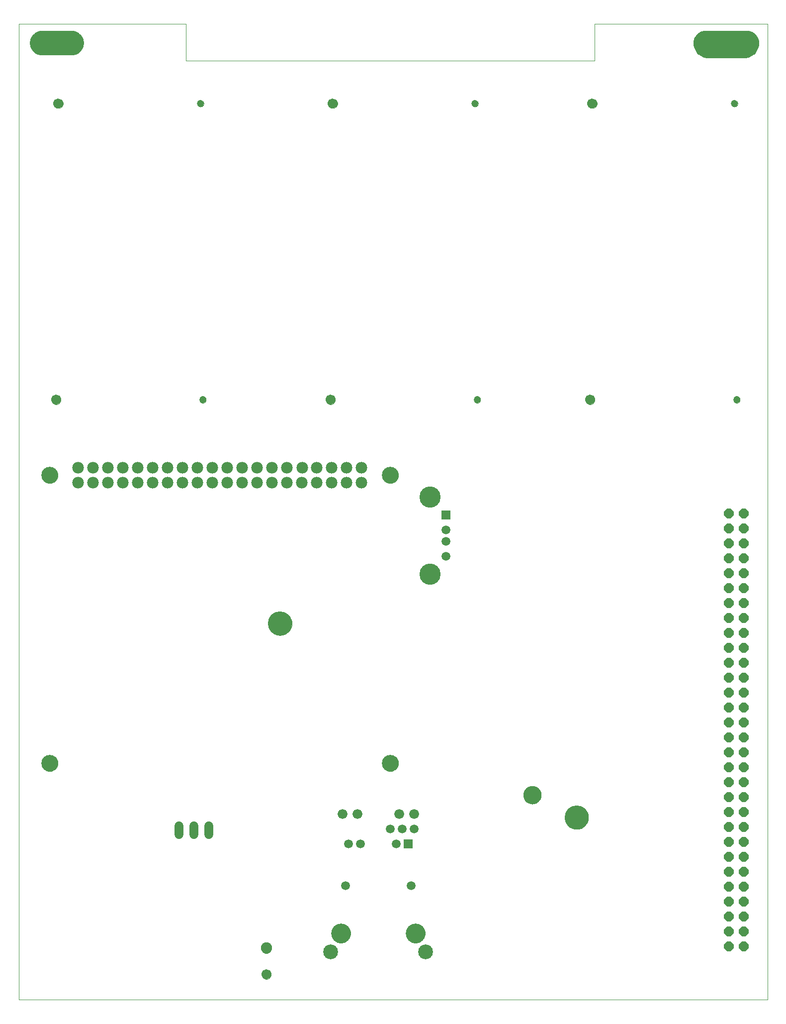
<source format=gbs>
G04 EAGLE Gerber RS-274X export*
G75*
%MOIN*%
%FSLAX34Y34*%
%LPD*%
%INBottom solder mask*%
%IPPOS*%
%AMOC8*
5,1,8,0,0,1.08239X$1,22.5*%
G01*
%ADD10C,0.000000*%
%ADD11C,0.161480*%
%ADD12C,0.066992*%
%ADD13C,0.047307*%
%ADD14C,0.060000*%
%ADD15C,0.131953*%
%ADD16C,0.099276*%
%ADD17C,0.059039*%
%ADD18R,0.059039X0.059039*%
%ADD19C,0.065811*%
%ADD20C,0.078000*%
%ADD21C,0.112268*%
%ADD22P,0.069273X8X292.500000*%
%ADD23C,0.122110*%
%ADD24C,0.074866*%
%ADD25R,0.059433X0.059433*%
%ADD26C,0.059433*%
%ADD27C,0.141795*%

G36*
X48626Y68569D02*
X48626Y68569D01*
X48627Y68569D01*
X48767Y68579D01*
X48770Y68580D01*
X48773Y68580D01*
X48910Y68610D01*
X48913Y68611D01*
X48915Y68611D01*
X49047Y68660D01*
X49049Y68662D01*
X49052Y68663D01*
X49175Y68730D01*
X49177Y68732D01*
X49180Y68733D01*
X49292Y68817D01*
X49294Y68819D01*
X49296Y68821D01*
X49396Y68920D01*
X49397Y68922D01*
X49399Y68924D01*
X49483Y69037D01*
X49485Y69039D01*
X49486Y69041D01*
X49554Y69165D01*
X49555Y69167D01*
X49556Y69170D01*
X49605Y69301D01*
X49606Y69304D01*
X49607Y69306D01*
X49637Y69444D01*
X49637Y69446D01*
X49637Y69449D01*
X49647Y69589D01*
X49647Y69592D01*
X49647Y69595D01*
X49638Y69718D01*
X49637Y69721D01*
X49637Y69724D01*
X49608Y69844D01*
X49607Y69847D01*
X49606Y69850D01*
X49559Y69964D01*
X49557Y69967D01*
X49556Y69970D01*
X49491Y70075D01*
X49489Y70077D01*
X49488Y70080D01*
X49408Y70174D01*
X49405Y70176D01*
X49403Y70178D01*
X49309Y70258D01*
X49307Y70260D01*
X49304Y70262D01*
X49199Y70326D01*
X49196Y70328D01*
X49194Y70329D01*
X49080Y70377D01*
X49077Y70377D01*
X49074Y70378D01*
X48954Y70407D01*
X48951Y70408D01*
X48948Y70408D01*
X48824Y70418D01*
X48823Y70418D01*
X48821Y70418D01*
X46066Y70418D01*
X46064Y70418D01*
X46062Y70418D01*
X45939Y70408D01*
X45936Y70408D01*
X45933Y70407D01*
X45813Y70378D01*
X45810Y70377D01*
X45807Y70377D01*
X45693Y70329D01*
X45691Y70328D01*
X45688Y70326D01*
X45583Y70262D01*
X45580Y70260D01*
X45578Y70258D01*
X45484Y70178D01*
X45482Y70176D01*
X45479Y70174D01*
X45399Y70080D01*
X45398Y70077D01*
X45396Y70075D01*
X45331Y69970D01*
X45330Y69967D01*
X45328Y69964D01*
X45281Y69850D01*
X45280Y69847D01*
X45279Y69844D01*
X45250Y69724D01*
X45250Y69721D01*
X45249Y69718D01*
X45240Y69595D01*
X45240Y69592D01*
X45240Y69589D01*
X45250Y69449D01*
X45250Y69446D01*
X45250Y69444D01*
X45280Y69306D01*
X45281Y69304D01*
X45282Y69301D01*
X45331Y69170D01*
X45332Y69167D01*
X45333Y69165D01*
X45400Y69041D01*
X45402Y69039D01*
X45403Y69037D01*
X45488Y68924D01*
X45490Y68922D01*
X45491Y68920D01*
X45591Y68821D01*
X45593Y68819D01*
X45595Y68817D01*
X45707Y68733D01*
X45709Y68732D01*
X45712Y68730D01*
X45835Y68663D01*
X45838Y68662D01*
X45840Y68660D01*
X45972Y68611D01*
X45974Y68611D01*
X45977Y68610D01*
X46114Y68580D01*
X46117Y68580D01*
X46120Y68579D01*
X46260Y68569D01*
X46261Y68569D01*
X46262Y68569D01*
X48625Y68569D01*
X48626Y68569D01*
G37*
G36*
X3547Y68766D02*
X3547Y68766D01*
X3549Y68766D01*
X3672Y68776D01*
X3675Y68776D01*
X3678Y68777D01*
X3798Y68806D01*
X3799Y68806D01*
X3800Y68806D01*
X3802Y68807D01*
X3804Y68807D01*
X3918Y68855D01*
X3921Y68856D01*
X3923Y68857D01*
X4029Y68922D01*
X4031Y68924D01*
X4034Y68926D01*
X4128Y69006D01*
X4130Y69008D01*
X4132Y69010D01*
X4212Y69104D01*
X4214Y69107D01*
X4216Y69109D01*
X4280Y69214D01*
X4282Y69217D01*
X4283Y69220D01*
X4330Y69334D01*
X4331Y69337D01*
X4332Y69340D01*
X4361Y69460D01*
X4361Y69463D01*
X4362Y69466D01*
X4372Y69589D01*
X4372Y69592D01*
X4372Y69595D01*
X4362Y69718D01*
X4361Y69721D01*
X4361Y69724D01*
X4332Y69844D01*
X4331Y69847D01*
X4330Y69850D01*
X4283Y69964D01*
X4282Y69967D01*
X4280Y69970D01*
X4216Y70075D01*
X4214Y70077D01*
X4212Y70080D01*
X4132Y70174D01*
X4130Y70176D01*
X4128Y70178D01*
X4034Y70258D01*
X4031Y70260D01*
X4029Y70262D01*
X3923Y70326D01*
X3921Y70328D01*
X3918Y70329D01*
X3804Y70377D01*
X3801Y70377D01*
X3798Y70378D01*
X3678Y70407D01*
X3675Y70408D01*
X3672Y70408D01*
X3549Y70418D01*
X3547Y70418D01*
X3546Y70418D01*
X1577Y70418D01*
X1576Y70418D01*
X1574Y70418D01*
X1451Y70408D01*
X1448Y70408D01*
X1445Y70407D01*
X1325Y70378D01*
X1322Y70377D01*
X1319Y70377D01*
X1205Y70329D01*
X1202Y70328D01*
X1200Y70326D01*
X1094Y70262D01*
X1092Y70260D01*
X1089Y70258D01*
X995Y70178D01*
X993Y70176D01*
X991Y70174D01*
X911Y70080D01*
X909Y70077D01*
X907Y70075D01*
X843Y69970D01*
X842Y69967D01*
X840Y69964D01*
X793Y69850D01*
X792Y69847D01*
X791Y69844D01*
X762Y69724D01*
X762Y69721D01*
X761Y69718D01*
X751Y69595D01*
X752Y69592D01*
X751Y69589D01*
X761Y69466D01*
X762Y69463D01*
X762Y69460D01*
X791Y69340D01*
X792Y69337D01*
X793Y69334D01*
X840Y69220D01*
X842Y69217D01*
X843Y69214D01*
X907Y69109D01*
X909Y69107D01*
X911Y69104D01*
X991Y69010D01*
X993Y69008D01*
X995Y69006D01*
X1089Y68926D01*
X1092Y68924D01*
X1094Y68922D01*
X1200Y68857D01*
X1202Y68856D01*
X1205Y68855D01*
X1319Y68807D01*
X1321Y68807D01*
X1323Y68806D01*
X1324Y68806D01*
X1325Y68806D01*
X1445Y68777D01*
X1448Y68776D01*
X1451Y68776D01*
X1574Y68766D01*
X1576Y68766D01*
X1577Y68766D01*
X3546Y68766D01*
X3547Y68766D01*
G37*
D10*
X0Y5512D02*
X50197Y5512D01*
X50197Y70866D01*
X38600Y70866D01*
X11200Y70866D02*
X0Y70866D01*
X0Y5512D01*
X16733Y30709D02*
X16735Y30765D01*
X16741Y30820D01*
X16751Y30874D01*
X16764Y30928D01*
X16782Y30981D01*
X16803Y31032D01*
X16827Y31082D01*
X16855Y31130D01*
X16887Y31176D01*
X16921Y31220D01*
X16959Y31261D01*
X16999Y31299D01*
X17042Y31334D01*
X17087Y31366D01*
X17135Y31395D01*
X17184Y31421D01*
X17235Y31443D01*
X17287Y31461D01*
X17341Y31475D01*
X17396Y31486D01*
X17451Y31493D01*
X17506Y31496D01*
X17562Y31495D01*
X17617Y31490D01*
X17672Y31481D01*
X17726Y31469D01*
X17779Y31452D01*
X17831Y31432D01*
X17881Y31408D01*
X17929Y31381D01*
X17976Y31351D01*
X18020Y31317D01*
X18062Y31280D01*
X18100Y31240D01*
X18137Y31198D01*
X18170Y31153D01*
X18199Y31107D01*
X18226Y31058D01*
X18248Y31007D01*
X18268Y30955D01*
X18283Y30901D01*
X18295Y30847D01*
X18303Y30792D01*
X18307Y30737D01*
X18307Y30681D01*
X18303Y30626D01*
X18295Y30571D01*
X18283Y30517D01*
X18268Y30463D01*
X18248Y30411D01*
X18226Y30360D01*
X18199Y30311D01*
X18170Y30265D01*
X18137Y30220D01*
X18100Y30178D01*
X18062Y30138D01*
X18020Y30101D01*
X17976Y30067D01*
X17929Y30037D01*
X17881Y30010D01*
X17831Y29986D01*
X17779Y29966D01*
X17726Y29949D01*
X17672Y29937D01*
X17617Y29928D01*
X17562Y29923D01*
X17506Y29922D01*
X17451Y29925D01*
X17396Y29932D01*
X17341Y29943D01*
X17287Y29957D01*
X17235Y29975D01*
X17184Y29997D01*
X17135Y30023D01*
X17087Y30052D01*
X17042Y30084D01*
X16999Y30119D01*
X16959Y30157D01*
X16921Y30198D01*
X16887Y30242D01*
X16855Y30288D01*
X16827Y30336D01*
X16803Y30386D01*
X16782Y30437D01*
X16764Y30490D01*
X16751Y30544D01*
X16741Y30598D01*
X16735Y30653D01*
X16733Y30709D01*
D11*
X17520Y30709D03*
D10*
X11200Y68400D02*
X11200Y70866D01*
X11200Y68400D02*
X38600Y68400D01*
X38600Y70866D01*
X36615Y17717D02*
X36617Y17773D01*
X36623Y17828D01*
X36633Y17882D01*
X36646Y17936D01*
X36664Y17989D01*
X36685Y18040D01*
X36709Y18090D01*
X36737Y18138D01*
X36769Y18184D01*
X36803Y18228D01*
X36841Y18269D01*
X36881Y18307D01*
X36924Y18342D01*
X36969Y18374D01*
X37017Y18403D01*
X37066Y18429D01*
X37117Y18451D01*
X37169Y18469D01*
X37223Y18483D01*
X37278Y18494D01*
X37333Y18501D01*
X37388Y18504D01*
X37444Y18503D01*
X37499Y18498D01*
X37554Y18489D01*
X37608Y18477D01*
X37661Y18460D01*
X37713Y18440D01*
X37763Y18416D01*
X37811Y18389D01*
X37858Y18359D01*
X37902Y18325D01*
X37944Y18288D01*
X37982Y18248D01*
X38019Y18206D01*
X38052Y18161D01*
X38081Y18115D01*
X38108Y18066D01*
X38130Y18015D01*
X38150Y17963D01*
X38165Y17909D01*
X38177Y17855D01*
X38185Y17800D01*
X38189Y17745D01*
X38189Y17689D01*
X38185Y17634D01*
X38177Y17579D01*
X38165Y17525D01*
X38150Y17471D01*
X38130Y17419D01*
X38108Y17368D01*
X38081Y17319D01*
X38052Y17273D01*
X38019Y17228D01*
X37982Y17186D01*
X37944Y17146D01*
X37902Y17109D01*
X37858Y17075D01*
X37811Y17045D01*
X37763Y17018D01*
X37713Y16994D01*
X37661Y16974D01*
X37608Y16957D01*
X37554Y16945D01*
X37499Y16936D01*
X37444Y16931D01*
X37388Y16930D01*
X37333Y16933D01*
X37278Y16940D01*
X37223Y16951D01*
X37169Y16965D01*
X37117Y16983D01*
X37066Y17005D01*
X37017Y17031D01*
X36969Y17060D01*
X36924Y17092D01*
X36881Y17127D01*
X36841Y17165D01*
X36803Y17206D01*
X36769Y17250D01*
X36737Y17296D01*
X36709Y17344D01*
X36685Y17394D01*
X36664Y17445D01*
X36646Y17498D01*
X36633Y17552D01*
X36623Y17606D01*
X36617Y17661D01*
X36615Y17717D01*
D11*
X37402Y17717D03*
D10*
X20585Y45700D02*
X20587Y45735D01*
X20593Y45770D01*
X20603Y45804D01*
X20616Y45837D01*
X20633Y45868D01*
X20654Y45896D01*
X20677Y45923D01*
X20704Y45946D01*
X20732Y45967D01*
X20763Y45984D01*
X20796Y45997D01*
X20830Y46007D01*
X20865Y46013D01*
X20900Y46015D01*
X20935Y46013D01*
X20970Y46007D01*
X21004Y45997D01*
X21037Y45984D01*
X21068Y45967D01*
X21096Y45946D01*
X21123Y45923D01*
X21146Y45896D01*
X21167Y45868D01*
X21184Y45837D01*
X21197Y45804D01*
X21207Y45770D01*
X21213Y45735D01*
X21215Y45700D01*
X21213Y45665D01*
X21207Y45630D01*
X21197Y45596D01*
X21184Y45563D01*
X21167Y45532D01*
X21146Y45504D01*
X21123Y45477D01*
X21096Y45454D01*
X21068Y45433D01*
X21037Y45416D01*
X21004Y45403D01*
X20970Y45393D01*
X20935Y45387D01*
X20900Y45385D01*
X20865Y45387D01*
X20830Y45393D01*
X20796Y45403D01*
X20763Y45416D01*
X20732Y45433D01*
X20704Y45454D01*
X20677Y45477D01*
X20654Y45504D01*
X20633Y45532D01*
X20616Y45563D01*
X20603Y45596D01*
X20593Y45630D01*
X20587Y45665D01*
X20585Y45700D01*
D12*
X20900Y45700D03*
D10*
X30526Y45700D02*
X30528Y45729D01*
X30534Y45757D01*
X30543Y45785D01*
X30556Y45811D01*
X30573Y45834D01*
X30592Y45856D01*
X30614Y45875D01*
X30639Y45890D01*
X30665Y45903D01*
X30693Y45911D01*
X30721Y45916D01*
X30750Y45917D01*
X30779Y45914D01*
X30807Y45907D01*
X30834Y45897D01*
X30860Y45883D01*
X30883Y45866D01*
X30904Y45846D01*
X30922Y45823D01*
X30937Y45798D01*
X30948Y45771D01*
X30956Y45743D01*
X30960Y45714D01*
X30960Y45686D01*
X30956Y45657D01*
X30948Y45629D01*
X30937Y45602D01*
X30922Y45577D01*
X30904Y45554D01*
X30883Y45534D01*
X30860Y45517D01*
X30834Y45503D01*
X30807Y45493D01*
X30779Y45486D01*
X30750Y45483D01*
X30721Y45484D01*
X30693Y45489D01*
X30665Y45497D01*
X30639Y45510D01*
X30614Y45525D01*
X30592Y45544D01*
X30573Y45566D01*
X30556Y45589D01*
X30543Y45615D01*
X30534Y45643D01*
X30528Y45671D01*
X30526Y45700D01*
D13*
X30743Y45700D03*
D10*
X20742Y65543D02*
X20744Y65578D01*
X20750Y65613D01*
X20760Y65647D01*
X20773Y65680D01*
X20790Y65711D01*
X20811Y65739D01*
X20834Y65766D01*
X20861Y65789D01*
X20889Y65810D01*
X20920Y65827D01*
X20953Y65840D01*
X20987Y65850D01*
X21022Y65856D01*
X21057Y65858D01*
X21092Y65856D01*
X21127Y65850D01*
X21161Y65840D01*
X21194Y65827D01*
X21225Y65810D01*
X21253Y65789D01*
X21280Y65766D01*
X21303Y65739D01*
X21324Y65711D01*
X21341Y65680D01*
X21354Y65647D01*
X21364Y65613D01*
X21370Y65578D01*
X21372Y65543D01*
X21370Y65508D01*
X21364Y65473D01*
X21354Y65439D01*
X21341Y65406D01*
X21324Y65375D01*
X21303Y65347D01*
X21280Y65320D01*
X21253Y65297D01*
X21225Y65276D01*
X21194Y65259D01*
X21161Y65246D01*
X21127Y65236D01*
X21092Y65230D01*
X21057Y65228D01*
X21022Y65230D01*
X20987Y65236D01*
X20953Y65246D01*
X20920Y65259D01*
X20889Y65276D01*
X20861Y65297D01*
X20834Y65320D01*
X20811Y65347D01*
X20790Y65375D01*
X20773Y65406D01*
X20760Y65439D01*
X20750Y65473D01*
X20744Y65508D01*
X20742Y65543D01*
D12*
X21057Y65543D03*
D10*
X30368Y65543D02*
X30370Y65572D01*
X30376Y65600D01*
X30385Y65628D01*
X30398Y65654D01*
X30415Y65677D01*
X30434Y65699D01*
X30456Y65718D01*
X30481Y65733D01*
X30507Y65746D01*
X30535Y65754D01*
X30563Y65759D01*
X30592Y65760D01*
X30621Y65757D01*
X30649Y65750D01*
X30676Y65740D01*
X30702Y65726D01*
X30725Y65709D01*
X30746Y65689D01*
X30764Y65666D01*
X30779Y65641D01*
X30790Y65614D01*
X30798Y65586D01*
X30802Y65557D01*
X30802Y65529D01*
X30798Y65500D01*
X30790Y65472D01*
X30779Y65445D01*
X30764Y65420D01*
X30746Y65397D01*
X30725Y65377D01*
X30702Y65360D01*
X30676Y65346D01*
X30649Y65336D01*
X30621Y65329D01*
X30592Y65326D01*
X30563Y65327D01*
X30535Y65332D01*
X30507Y65340D01*
X30481Y65353D01*
X30456Y65368D01*
X30434Y65387D01*
X30415Y65409D01*
X30398Y65432D01*
X30385Y65458D01*
X30376Y65486D01*
X30370Y65514D01*
X30368Y65543D01*
D13*
X30585Y65543D03*
D10*
X2185Y45700D02*
X2187Y45735D01*
X2193Y45770D01*
X2203Y45804D01*
X2216Y45837D01*
X2233Y45868D01*
X2254Y45896D01*
X2277Y45923D01*
X2304Y45946D01*
X2332Y45967D01*
X2363Y45984D01*
X2396Y45997D01*
X2430Y46007D01*
X2465Y46013D01*
X2500Y46015D01*
X2535Y46013D01*
X2570Y46007D01*
X2604Y45997D01*
X2637Y45984D01*
X2668Y45967D01*
X2696Y45946D01*
X2723Y45923D01*
X2746Y45896D01*
X2767Y45868D01*
X2784Y45837D01*
X2797Y45804D01*
X2807Y45770D01*
X2813Y45735D01*
X2815Y45700D01*
X2813Y45665D01*
X2807Y45630D01*
X2797Y45596D01*
X2784Y45563D01*
X2767Y45532D01*
X2746Y45504D01*
X2723Y45477D01*
X2696Y45454D01*
X2668Y45433D01*
X2637Y45416D01*
X2604Y45403D01*
X2570Y45393D01*
X2535Y45387D01*
X2500Y45385D01*
X2465Y45387D01*
X2430Y45393D01*
X2396Y45403D01*
X2363Y45416D01*
X2332Y45433D01*
X2304Y45454D01*
X2277Y45477D01*
X2254Y45504D01*
X2233Y45532D01*
X2216Y45563D01*
X2203Y45596D01*
X2193Y45630D01*
X2187Y45665D01*
X2185Y45700D01*
D12*
X2500Y45700D03*
D10*
X12126Y45700D02*
X12128Y45729D01*
X12134Y45757D01*
X12143Y45785D01*
X12156Y45811D01*
X12173Y45834D01*
X12192Y45856D01*
X12214Y45875D01*
X12239Y45890D01*
X12265Y45903D01*
X12293Y45911D01*
X12321Y45916D01*
X12350Y45917D01*
X12379Y45914D01*
X12407Y45907D01*
X12434Y45897D01*
X12460Y45883D01*
X12483Y45866D01*
X12504Y45846D01*
X12522Y45823D01*
X12537Y45798D01*
X12548Y45771D01*
X12556Y45743D01*
X12560Y45714D01*
X12560Y45686D01*
X12556Y45657D01*
X12548Y45629D01*
X12537Y45602D01*
X12522Y45577D01*
X12504Y45554D01*
X12483Y45534D01*
X12460Y45517D01*
X12434Y45503D01*
X12407Y45493D01*
X12379Y45486D01*
X12350Y45483D01*
X12321Y45484D01*
X12293Y45489D01*
X12265Y45497D01*
X12239Y45510D01*
X12214Y45525D01*
X12192Y45544D01*
X12173Y45566D01*
X12156Y45589D01*
X12143Y45615D01*
X12134Y45643D01*
X12128Y45671D01*
X12126Y45700D01*
D13*
X12343Y45700D03*
D10*
X2342Y65543D02*
X2344Y65578D01*
X2350Y65613D01*
X2360Y65647D01*
X2373Y65680D01*
X2390Y65711D01*
X2411Y65739D01*
X2434Y65766D01*
X2461Y65789D01*
X2489Y65810D01*
X2520Y65827D01*
X2553Y65840D01*
X2587Y65850D01*
X2622Y65856D01*
X2657Y65858D01*
X2692Y65856D01*
X2727Y65850D01*
X2761Y65840D01*
X2794Y65827D01*
X2825Y65810D01*
X2853Y65789D01*
X2880Y65766D01*
X2903Y65739D01*
X2924Y65711D01*
X2941Y65680D01*
X2954Y65647D01*
X2964Y65613D01*
X2970Y65578D01*
X2972Y65543D01*
X2970Y65508D01*
X2964Y65473D01*
X2954Y65439D01*
X2941Y65406D01*
X2924Y65375D01*
X2903Y65347D01*
X2880Y65320D01*
X2853Y65297D01*
X2825Y65276D01*
X2794Y65259D01*
X2761Y65246D01*
X2727Y65236D01*
X2692Y65230D01*
X2657Y65228D01*
X2622Y65230D01*
X2587Y65236D01*
X2553Y65246D01*
X2520Y65259D01*
X2489Y65276D01*
X2461Y65297D01*
X2434Y65320D01*
X2411Y65347D01*
X2390Y65375D01*
X2373Y65406D01*
X2360Y65439D01*
X2350Y65473D01*
X2344Y65508D01*
X2342Y65543D01*
D12*
X2657Y65543D03*
D10*
X11968Y65543D02*
X11970Y65572D01*
X11976Y65600D01*
X11985Y65628D01*
X11998Y65654D01*
X12015Y65677D01*
X12034Y65699D01*
X12056Y65718D01*
X12081Y65733D01*
X12107Y65746D01*
X12135Y65754D01*
X12163Y65759D01*
X12192Y65760D01*
X12221Y65757D01*
X12249Y65750D01*
X12276Y65740D01*
X12302Y65726D01*
X12325Y65709D01*
X12346Y65689D01*
X12364Y65666D01*
X12379Y65641D01*
X12390Y65614D01*
X12398Y65586D01*
X12402Y65557D01*
X12402Y65529D01*
X12398Y65500D01*
X12390Y65472D01*
X12379Y65445D01*
X12364Y65420D01*
X12346Y65397D01*
X12325Y65377D01*
X12302Y65360D01*
X12276Y65346D01*
X12249Y65336D01*
X12221Y65329D01*
X12192Y65326D01*
X12163Y65327D01*
X12135Y65332D01*
X12107Y65340D01*
X12081Y65353D01*
X12056Y65368D01*
X12034Y65387D01*
X12015Y65409D01*
X11998Y65432D01*
X11985Y65458D01*
X11976Y65486D01*
X11970Y65514D01*
X11968Y65543D01*
D13*
X12185Y65543D03*
D10*
X37985Y45700D02*
X37987Y45735D01*
X37993Y45770D01*
X38003Y45804D01*
X38016Y45837D01*
X38033Y45868D01*
X38054Y45896D01*
X38077Y45923D01*
X38104Y45946D01*
X38132Y45967D01*
X38163Y45984D01*
X38196Y45997D01*
X38230Y46007D01*
X38265Y46013D01*
X38300Y46015D01*
X38335Y46013D01*
X38370Y46007D01*
X38404Y45997D01*
X38437Y45984D01*
X38468Y45967D01*
X38496Y45946D01*
X38523Y45923D01*
X38546Y45896D01*
X38567Y45868D01*
X38584Y45837D01*
X38597Y45804D01*
X38607Y45770D01*
X38613Y45735D01*
X38615Y45700D01*
X38613Y45665D01*
X38607Y45630D01*
X38597Y45596D01*
X38584Y45563D01*
X38567Y45532D01*
X38546Y45504D01*
X38523Y45477D01*
X38496Y45454D01*
X38468Y45433D01*
X38437Y45416D01*
X38404Y45403D01*
X38370Y45393D01*
X38335Y45387D01*
X38300Y45385D01*
X38265Y45387D01*
X38230Y45393D01*
X38196Y45403D01*
X38163Y45416D01*
X38132Y45433D01*
X38104Y45454D01*
X38077Y45477D01*
X38054Y45504D01*
X38033Y45532D01*
X38016Y45563D01*
X38003Y45596D01*
X37993Y45630D01*
X37987Y45665D01*
X37985Y45700D01*
D12*
X38300Y45700D03*
D10*
X47926Y45700D02*
X47928Y45729D01*
X47934Y45757D01*
X47943Y45785D01*
X47956Y45811D01*
X47973Y45834D01*
X47992Y45856D01*
X48014Y45875D01*
X48039Y45890D01*
X48065Y45903D01*
X48093Y45911D01*
X48121Y45916D01*
X48150Y45917D01*
X48179Y45914D01*
X48207Y45907D01*
X48234Y45897D01*
X48260Y45883D01*
X48283Y45866D01*
X48304Y45846D01*
X48322Y45823D01*
X48337Y45798D01*
X48348Y45771D01*
X48356Y45743D01*
X48360Y45714D01*
X48360Y45686D01*
X48356Y45657D01*
X48348Y45629D01*
X48337Y45602D01*
X48322Y45577D01*
X48304Y45554D01*
X48283Y45534D01*
X48260Y45517D01*
X48234Y45503D01*
X48207Y45493D01*
X48179Y45486D01*
X48150Y45483D01*
X48121Y45484D01*
X48093Y45489D01*
X48065Y45497D01*
X48039Y45510D01*
X48014Y45525D01*
X47992Y45544D01*
X47973Y45566D01*
X47956Y45589D01*
X47943Y45615D01*
X47934Y45643D01*
X47928Y45671D01*
X47926Y45700D01*
D13*
X48143Y45700D03*
D10*
X38142Y65543D02*
X38144Y65578D01*
X38150Y65613D01*
X38160Y65647D01*
X38173Y65680D01*
X38190Y65711D01*
X38211Y65739D01*
X38234Y65766D01*
X38261Y65789D01*
X38289Y65810D01*
X38320Y65827D01*
X38353Y65840D01*
X38387Y65850D01*
X38422Y65856D01*
X38457Y65858D01*
X38492Y65856D01*
X38527Y65850D01*
X38561Y65840D01*
X38594Y65827D01*
X38625Y65810D01*
X38653Y65789D01*
X38680Y65766D01*
X38703Y65739D01*
X38724Y65711D01*
X38741Y65680D01*
X38754Y65647D01*
X38764Y65613D01*
X38770Y65578D01*
X38772Y65543D01*
X38770Y65508D01*
X38764Y65473D01*
X38754Y65439D01*
X38741Y65406D01*
X38724Y65375D01*
X38703Y65347D01*
X38680Y65320D01*
X38653Y65297D01*
X38625Y65276D01*
X38594Y65259D01*
X38561Y65246D01*
X38527Y65236D01*
X38492Y65230D01*
X38457Y65228D01*
X38422Y65230D01*
X38387Y65236D01*
X38353Y65246D01*
X38320Y65259D01*
X38289Y65276D01*
X38261Y65297D01*
X38234Y65320D01*
X38211Y65347D01*
X38190Y65375D01*
X38173Y65406D01*
X38160Y65439D01*
X38150Y65473D01*
X38144Y65508D01*
X38142Y65543D01*
D12*
X38457Y65543D03*
D10*
X47768Y65543D02*
X47770Y65572D01*
X47776Y65600D01*
X47785Y65628D01*
X47798Y65654D01*
X47815Y65677D01*
X47834Y65699D01*
X47856Y65718D01*
X47881Y65733D01*
X47907Y65746D01*
X47935Y65754D01*
X47963Y65759D01*
X47992Y65760D01*
X48021Y65757D01*
X48049Y65750D01*
X48076Y65740D01*
X48102Y65726D01*
X48125Y65709D01*
X48146Y65689D01*
X48164Y65666D01*
X48179Y65641D01*
X48190Y65614D01*
X48198Y65586D01*
X48202Y65557D01*
X48202Y65529D01*
X48198Y65500D01*
X48190Y65472D01*
X48179Y65445D01*
X48164Y65420D01*
X48146Y65397D01*
X48125Y65377D01*
X48102Y65360D01*
X48076Y65346D01*
X48049Y65336D01*
X48021Y65329D01*
X47992Y65326D01*
X47963Y65327D01*
X47935Y65332D01*
X47907Y65340D01*
X47881Y65353D01*
X47856Y65368D01*
X47834Y65387D01*
X47815Y65409D01*
X47798Y65432D01*
X47785Y65458D01*
X47776Y65486D01*
X47770Y65514D01*
X47768Y65543D01*
D13*
X47985Y65543D03*
D14*
X10733Y17147D02*
X10733Y16587D01*
X11733Y16587D02*
X11733Y17147D01*
X12733Y17147D02*
X12733Y16587D01*
D10*
X20960Y9950D02*
X20962Y10000D01*
X20968Y10050D01*
X20978Y10099D01*
X20991Y10148D01*
X21009Y10195D01*
X21030Y10241D01*
X21054Y10284D01*
X21082Y10326D01*
X21113Y10366D01*
X21147Y10403D01*
X21184Y10437D01*
X21224Y10468D01*
X21266Y10496D01*
X21309Y10520D01*
X21355Y10541D01*
X21402Y10559D01*
X21451Y10572D01*
X21500Y10582D01*
X21550Y10588D01*
X21600Y10590D01*
X21650Y10588D01*
X21700Y10582D01*
X21749Y10572D01*
X21798Y10559D01*
X21845Y10541D01*
X21891Y10520D01*
X21934Y10496D01*
X21976Y10468D01*
X22016Y10437D01*
X22053Y10403D01*
X22087Y10366D01*
X22118Y10326D01*
X22146Y10284D01*
X22170Y10241D01*
X22191Y10195D01*
X22209Y10148D01*
X22222Y10099D01*
X22232Y10050D01*
X22238Y10000D01*
X22240Y9950D01*
X22238Y9900D01*
X22232Y9850D01*
X22222Y9801D01*
X22209Y9752D01*
X22191Y9705D01*
X22170Y9659D01*
X22146Y9616D01*
X22118Y9574D01*
X22087Y9534D01*
X22053Y9497D01*
X22016Y9463D01*
X21976Y9432D01*
X21934Y9404D01*
X21891Y9380D01*
X21845Y9359D01*
X21798Y9341D01*
X21749Y9328D01*
X21700Y9318D01*
X21650Y9312D01*
X21600Y9310D01*
X21550Y9312D01*
X21500Y9318D01*
X21451Y9328D01*
X21402Y9341D01*
X21355Y9359D01*
X21309Y9380D01*
X21266Y9404D01*
X21224Y9432D01*
X21184Y9463D01*
X21147Y9497D01*
X21113Y9534D01*
X21082Y9574D01*
X21054Y9616D01*
X21030Y9659D01*
X21009Y9705D01*
X20991Y9752D01*
X20978Y9801D01*
X20968Y9850D01*
X20962Y9900D01*
X20960Y9950D01*
D15*
X21600Y9950D03*
D10*
X25960Y9950D02*
X25962Y10000D01*
X25968Y10050D01*
X25978Y10099D01*
X25991Y10148D01*
X26009Y10195D01*
X26030Y10241D01*
X26054Y10284D01*
X26082Y10326D01*
X26113Y10366D01*
X26147Y10403D01*
X26184Y10437D01*
X26224Y10468D01*
X26266Y10496D01*
X26309Y10520D01*
X26355Y10541D01*
X26402Y10559D01*
X26451Y10572D01*
X26500Y10582D01*
X26550Y10588D01*
X26600Y10590D01*
X26650Y10588D01*
X26700Y10582D01*
X26749Y10572D01*
X26798Y10559D01*
X26845Y10541D01*
X26891Y10520D01*
X26934Y10496D01*
X26976Y10468D01*
X27016Y10437D01*
X27053Y10403D01*
X27087Y10366D01*
X27118Y10326D01*
X27146Y10284D01*
X27170Y10241D01*
X27191Y10195D01*
X27209Y10148D01*
X27222Y10099D01*
X27232Y10050D01*
X27238Y10000D01*
X27240Y9950D01*
X27238Y9900D01*
X27232Y9850D01*
X27222Y9801D01*
X27209Y9752D01*
X27191Y9705D01*
X27170Y9659D01*
X27146Y9616D01*
X27118Y9574D01*
X27087Y9534D01*
X27053Y9497D01*
X27016Y9463D01*
X26976Y9432D01*
X26934Y9404D01*
X26891Y9380D01*
X26845Y9359D01*
X26798Y9341D01*
X26749Y9328D01*
X26700Y9318D01*
X26650Y9312D01*
X26600Y9310D01*
X26550Y9312D01*
X26500Y9318D01*
X26451Y9328D01*
X26402Y9341D01*
X26355Y9359D01*
X26309Y9380D01*
X26266Y9404D01*
X26224Y9432D01*
X26184Y9463D01*
X26147Y9497D01*
X26113Y9534D01*
X26082Y9574D01*
X26054Y9616D01*
X26030Y9659D01*
X26009Y9705D01*
X25991Y9752D01*
X25978Y9801D01*
X25968Y9850D01*
X25962Y9900D01*
X25960Y9950D01*
D15*
X26600Y9950D03*
D16*
X27275Y8700D03*
X20925Y8700D03*
D17*
X26300Y13150D03*
X21900Y13150D03*
D18*
X26100Y15950D03*
D17*
X25300Y15950D03*
X22900Y15950D03*
X22100Y15950D03*
X26500Y16950D03*
X25700Y16950D03*
X24900Y16950D03*
D19*
X25500Y17950D03*
X22700Y17950D03*
X21700Y17950D03*
X26500Y17950D03*
D20*
X4993Y41147D03*
X5993Y41147D03*
X6993Y41147D03*
X7993Y41147D03*
X8993Y41147D03*
X9993Y41147D03*
X10993Y41147D03*
X11993Y41147D03*
X12993Y41147D03*
X13993Y41147D03*
X14993Y41147D03*
X15993Y41147D03*
X16993Y41147D03*
X17993Y41147D03*
X18997Y41147D03*
X19993Y41147D03*
X20993Y41147D03*
X21993Y41147D03*
X22993Y41147D03*
X4993Y40147D03*
X5993Y40147D03*
X6993Y40147D03*
X7993Y40147D03*
X8993Y40147D03*
X9993Y40147D03*
X10993Y40147D03*
X11993Y40147D03*
X12993Y40147D03*
X13993Y40147D03*
X14993Y40147D03*
X15993Y40147D03*
X16993Y40147D03*
X17993Y40147D03*
X18993Y40147D03*
X19993Y40147D03*
X20993Y40147D03*
X21993Y40147D03*
X22993Y40147D03*
X3993Y41147D03*
X3993Y40147D03*
D10*
X1535Y40647D02*
X1537Y40693D01*
X1543Y40738D01*
X1552Y40783D01*
X1566Y40827D01*
X1583Y40870D01*
X1604Y40911D01*
X1628Y40950D01*
X1655Y40987D01*
X1685Y41021D01*
X1719Y41053D01*
X1754Y41082D01*
X1792Y41108D01*
X1832Y41130D01*
X1874Y41149D01*
X1918Y41164D01*
X1962Y41176D01*
X2007Y41184D01*
X2053Y41188D01*
X2099Y41188D01*
X2145Y41184D01*
X2190Y41176D01*
X2234Y41164D01*
X2278Y41149D01*
X2320Y41130D01*
X2360Y41108D01*
X2398Y41082D01*
X2433Y41053D01*
X2467Y41021D01*
X2497Y40987D01*
X2524Y40950D01*
X2548Y40911D01*
X2569Y40870D01*
X2586Y40827D01*
X2600Y40783D01*
X2609Y40738D01*
X2615Y40693D01*
X2617Y40647D01*
X2615Y40601D01*
X2609Y40556D01*
X2600Y40511D01*
X2586Y40467D01*
X2569Y40424D01*
X2548Y40383D01*
X2524Y40344D01*
X2497Y40307D01*
X2467Y40273D01*
X2433Y40241D01*
X2398Y40212D01*
X2360Y40186D01*
X2320Y40164D01*
X2278Y40145D01*
X2234Y40130D01*
X2190Y40118D01*
X2145Y40110D01*
X2099Y40106D01*
X2053Y40106D01*
X2007Y40110D01*
X1962Y40118D01*
X1918Y40130D01*
X1874Y40145D01*
X1832Y40164D01*
X1792Y40186D01*
X1754Y40212D01*
X1719Y40241D01*
X1685Y40273D01*
X1655Y40307D01*
X1628Y40344D01*
X1604Y40383D01*
X1583Y40424D01*
X1566Y40467D01*
X1552Y40511D01*
X1543Y40556D01*
X1537Y40601D01*
X1535Y40647D01*
D21*
X2076Y40647D03*
D10*
X24369Y40647D02*
X24371Y40693D01*
X24377Y40738D01*
X24386Y40783D01*
X24400Y40827D01*
X24417Y40870D01*
X24438Y40911D01*
X24462Y40950D01*
X24489Y40987D01*
X24519Y41021D01*
X24553Y41053D01*
X24588Y41082D01*
X24626Y41108D01*
X24666Y41130D01*
X24708Y41149D01*
X24752Y41164D01*
X24796Y41176D01*
X24841Y41184D01*
X24887Y41188D01*
X24933Y41188D01*
X24979Y41184D01*
X25024Y41176D01*
X25068Y41164D01*
X25112Y41149D01*
X25154Y41130D01*
X25194Y41108D01*
X25232Y41082D01*
X25267Y41053D01*
X25301Y41021D01*
X25331Y40987D01*
X25358Y40950D01*
X25382Y40911D01*
X25403Y40870D01*
X25420Y40827D01*
X25434Y40783D01*
X25443Y40738D01*
X25449Y40693D01*
X25451Y40647D01*
X25449Y40601D01*
X25443Y40556D01*
X25434Y40511D01*
X25420Y40467D01*
X25403Y40424D01*
X25382Y40383D01*
X25358Y40344D01*
X25331Y40307D01*
X25301Y40273D01*
X25267Y40241D01*
X25232Y40212D01*
X25194Y40186D01*
X25154Y40164D01*
X25112Y40145D01*
X25068Y40130D01*
X25024Y40118D01*
X24979Y40110D01*
X24933Y40106D01*
X24887Y40106D01*
X24841Y40110D01*
X24796Y40118D01*
X24752Y40130D01*
X24708Y40145D01*
X24666Y40164D01*
X24626Y40186D01*
X24588Y40212D01*
X24553Y40241D01*
X24519Y40273D01*
X24489Y40307D01*
X24462Y40344D01*
X24438Y40383D01*
X24417Y40424D01*
X24400Y40467D01*
X24386Y40511D01*
X24377Y40556D01*
X24371Y40601D01*
X24369Y40647D01*
D21*
X24910Y40647D03*
D10*
X1535Y21356D02*
X1537Y21402D01*
X1543Y21447D01*
X1552Y21492D01*
X1566Y21536D01*
X1583Y21579D01*
X1604Y21620D01*
X1628Y21659D01*
X1655Y21696D01*
X1685Y21730D01*
X1719Y21762D01*
X1754Y21791D01*
X1792Y21817D01*
X1832Y21839D01*
X1874Y21858D01*
X1918Y21873D01*
X1962Y21885D01*
X2007Y21893D01*
X2053Y21897D01*
X2099Y21897D01*
X2145Y21893D01*
X2190Y21885D01*
X2234Y21873D01*
X2278Y21858D01*
X2320Y21839D01*
X2360Y21817D01*
X2398Y21791D01*
X2433Y21762D01*
X2467Y21730D01*
X2497Y21696D01*
X2524Y21659D01*
X2548Y21620D01*
X2569Y21579D01*
X2586Y21536D01*
X2600Y21492D01*
X2609Y21447D01*
X2615Y21402D01*
X2617Y21356D01*
X2615Y21310D01*
X2609Y21265D01*
X2600Y21220D01*
X2586Y21176D01*
X2569Y21133D01*
X2548Y21092D01*
X2524Y21053D01*
X2497Y21016D01*
X2467Y20982D01*
X2433Y20950D01*
X2398Y20921D01*
X2360Y20895D01*
X2320Y20873D01*
X2278Y20854D01*
X2234Y20839D01*
X2190Y20827D01*
X2145Y20819D01*
X2099Y20815D01*
X2053Y20815D01*
X2007Y20819D01*
X1962Y20827D01*
X1918Y20839D01*
X1874Y20854D01*
X1832Y20873D01*
X1792Y20895D01*
X1754Y20921D01*
X1719Y20950D01*
X1685Y20982D01*
X1655Y21016D01*
X1628Y21053D01*
X1604Y21092D01*
X1583Y21133D01*
X1566Y21176D01*
X1552Y21220D01*
X1543Y21265D01*
X1537Y21310D01*
X1535Y21356D01*
D21*
X2076Y21356D03*
D10*
X24369Y21356D02*
X24371Y21402D01*
X24377Y21447D01*
X24386Y21492D01*
X24400Y21536D01*
X24417Y21579D01*
X24438Y21620D01*
X24462Y21659D01*
X24489Y21696D01*
X24519Y21730D01*
X24553Y21762D01*
X24588Y21791D01*
X24626Y21817D01*
X24666Y21839D01*
X24708Y21858D01*
X24752Y21873D01*
X24796Y21885D01*
X24841Y21893D01*
X24887Y21897D01*
X24933Y21897D01*
X24979Y21893D01*
X25024Y21885D01*
X25068Y21873D01*
X25112Y21858D01*
X25154Y21839D01*
X25194Y21817D01*
X25232Y21791D01*
X25267Y21762D01*
X25301Y21730D01*
X25331Y21696D01*
X25358Y21659D01*
X25382Y21620D01*
X25403Y21579D01*
X25420Y21536D01*
X25434Y21492D01*
X25443Y21447D01*
X25449Y21402D01*
X25451Y21356D01*
X25449Y21310D01*
X25443Y21265D01*
X25434Y21220D01*
X25420Y21176D01*
X25403Y21133D01*
X25382Y21092D01*
X25358Y21053D01*
X25331Y21016D01*
X25301Y20982D01*
X25267Y20950D01*
X25232Y20921D01*
X25194Y20895D01*
X25154Y20873D01*
X25112Y20854D01*
X25068Y20839D01*
X25024Y20827D01*
X24979Y20819D01*
X24933Y20815D01*
X24887Y20815D01*
X24841Y20819D01*
X24796Y20827D01*
X24752Y20839D01*
X24708Y20854D01*
X24666Y20873D01*
X24626Y20895D01*
X24588Y20921D01*
X24553Y20950D01*
X24519Y20982D01*
X24489Y21016D01*
X24462Y21053D01*
X24438Y21092D01*
X24417Y21133D01*
X24400Y21176D01*
X24386Y21220D01*
X24377Y21265D01*
X24371Y21310D01*
X24369Y21356D01*
D21*
X24910Y21356D03*
D22*
X47595Y38064D03*
X48595Y38064D03*
X47595Y37064D03*
X48595Y37064D03*
X47595Y36064D03*
X48595Y36064D03*
X47595Y35064D03*
X48595Y35064D03*
X47595Y34064D03*
X48595Y34064D03*
X47595Y33064D03*
X48595Y33064D03*
X47595Y32064D03*
X48595Y32064D03*
X47595Y31064D03*
X48595Y31064D03*
X47595Y30064D03*
X48595Y30064D03*
X47595Y29064D03*
X48595Y29064D03*
X47595Y28064D03*
X48595Y28064D03*
X47595Y27064D03*
X48595Y27064D03*
X47595Y26064D03*
X48595Y26064D03*
X47595Y25064D03*
X48595Y25064D03*
X47595Y24064D03*
X48595Y24064D03*
X47595Y23064D03*
X48595Y23064D03*
X47595Y22064D03*
X48595Y22064D03*
X47595Y21064D03*
X48595Y21064D03*
X47595Y20064D03*
X48595Y20064D03*
X47595Y19064D03*
X48595Y19064D03*
X47595Y18064D03*
X48595Y18064D03*
X47595Y17064D03*
X48595Y17064D03*
X47595Y16064D03*
X48595Y16064D03*
X47595Y15064D03*
X48595Y15064D03*
X47595Y14064D03*
X48595Y14064D03*
X47595Y13064D03*
X48595Y13064D03*
X47595Y12064D03*
X48595Y12064D03*
X47595Y11064D03*
X48595Y11064D03*
X47595Y10064D03*
X48595Y10064D03*
X47595Y9064D03*
X48595Y9064D03*
D10*
X33839Y19218D02*
X33841Y19266D01*
X33847Y19314D01*
X33857Y19361D01*
X33870Y19407D01*
X33888Y19452D01*
X33908Y19496D01*
X33933Y19538D01*
X33961Y19577D01*
X33991Y19614D01*
X34025Y19648D01*
X34062Y19680D01*
X34100Y19709D01*
X34141Y19734D01*
X34184Y19756D01*
X34229Y19774D01*
X34275Y19788D01*
X34322Y19799D01*
X34370Y19806D01*
X34418Y19809D01*
X34466Y19808D01*
X34514Y19803D01*
X34562Y19794D01*
X34608Y19782D01*
X34653Y19765D01*
X34697Y19745D01*
X34739Y19722D01*
X34779Y19695D01*
X34817Y19665D01*
X34852Y19632D01*
X34884Y19596D01*
X34914Y19558D01*
X34940Y19517D01*
X34962Y19474D01*
X34982Y19430D01*
X34997Y19385D01*
X35009Y19338D01*
X35017Y19290D01*
X35021Y19242D01*
X35021Y19194D01*
X35017Y19146D01*
X35009Y19098D01*
X34997Y19051D01*
X34982Y19006D01*
X34962Y18962D01*
X34940Y18919D01*
X34914Y18878D01*
X34884Y18840D01*
X34852Y18804D01*
X34817Y18771D01*
X34779Y18741D01*
X34739Y18714D01*
X34697Y18691D01*
X34653Y18671D01*
X34608Y18654D01*
X34562Y18642D01*
X34514Y18633D01*
X34466Y18628D01*
X34418Y18627D01*
X34370Y18630D01*
X34322Y18637D01*
X34275Y18648D01*
X34229Y18662D01*
X34184Y18680D01*
X34141Y18702D01*
X34100Y18727D01*
X34062Y18756D01*
X34025Y18788D01*
X33991Y18822D01*
X33961Y18859D01*
X33933Y18898D01*
X33908Y18940D01*
X33888Y18984D01*
X33870Y19029D01*
X33857Y19075D01*
X33847Y19122D01*
X33841Y19170D01*
X33839Y19218D01*
D23*
X34430Y19218D03*
D10*
X16285Y7200D02*
X16287Y7235D01*
X16293Y7270D01*
X16303Y7304D01*
X16316Y7337D01*
X16333Y7368D01*
X16354Y7396D01*
X16377Y7423D01*
X16404Y7446D01*
X16432Y7467D01*
X16463Y7484D01*
X16496Y7497D01*
X16530Y7507D01*
X16565Y7513D01*
X16600Y7515D01*
X16635Y7513D01*
X16670Y7507D01*
X16704Y7497D01*
X16737Y7484D01*
X16768Y7467D01*
X16796Y7446D01*
X16823Y7423D01*
X16846Y7396D01*
X16867Y7368D01*
X16884Y7337D01*
X16897Y7304D01*
X16907Y7270D01*
X16913Y7235D01*
X16915Y7200D01*
X16913Y7165D01*
X16907Y7130D01*
X16897Y7096D01*
X16884Y7063D01*
X16867Y7032D01*
X16846Y7004D01*
X16823Y6977D01*
X16796Y6954D01*
X16768Y6933D01*
X16737Y6916D01*
X16704Y6903D01*
X16670Y6893D01*
X16635Y6887D01*
X16600Y6885D01*
X16565Y6887D01*
X16530Y6893D01*
X16496Y6903D01*
X16463Y6916D01*
X16432Y6933D01*
X16404Y6954D01*
X16377Y6977D01*
X16354Y7004D01*
X16333Y7032D01*
X16316Y7063D01*
X16303Y7096D01*
X16293Y7130D01*
X16287Y7165D01*
X16285Y7200D01*
D12*
X16600Y7200D03*
D10*
X16246Y8972D02*
X16248Y9009D01*
X16254Y9046D01*
X16263Y9081D01*
X16277Y9116D01*
X16293Y9149D01*
X16314Y9180D01*
X16337Y9209D01*
X16363Y9235D01*
X16392Y9258D01*
X16423Y9279D01*
X16456Y9295D01*
X16491Y9309D01*
X16526Y9318D01*
X16563Y9324D01*
X16600Y9326D01*
X16637Y9324D01*
X16674Y9318D01*
X16709Y9309D01*
X16744Y9295D01*
X16777Y9279D01*
X16808Y9258D01*
X16837Y9235D01*
X16863Y9209D01*
X16886Y9180D01*
X16907Y9149D01*
X16923Y9116D01*
X16937Y9081D01*
X16946Y9046D01*
X16952Y9009D01*
X16954Y8972D01*
X16952Y8935D01*
X16946Y8898D01*
X16937Y8863D01*
X16923Y8828D01*
X16907Y8795D01*
X16886Y8764D01*
X16863Y8735D01*
X16837Y8709D01*
X16808Y8686D01*
X16777Y8665D01*
X16744Y8649D01*
X16709Y8635D01*
X16674Y8626D01*
X16637Y8620D01*
X16600Y8618D01*
X16563Y8620D01*
X16526Y8626D01*
X16491Y8635D01*
X16456Y8649D01*
X16423Y8665D01*
X16392Y8686D01*
X16363Y8709D01*
X16337Y8735D01*
X16314Y8764D01*
X16293Y8795D01*
X16277Y8828D01*
X16263Y8863D01*
X16254Y8898D01*
X16248Y8935D01*
X16246Y8972D01*
D24*
X16600Y8972D03*
D25*
X28635Y37978D03*
D26*
X28635Y36994D03*
X28635Y36206D03*
X28635Y35222D03*
D27*
X27569Y39187D03*
X27569Y34013D03*
M02*

</source>
